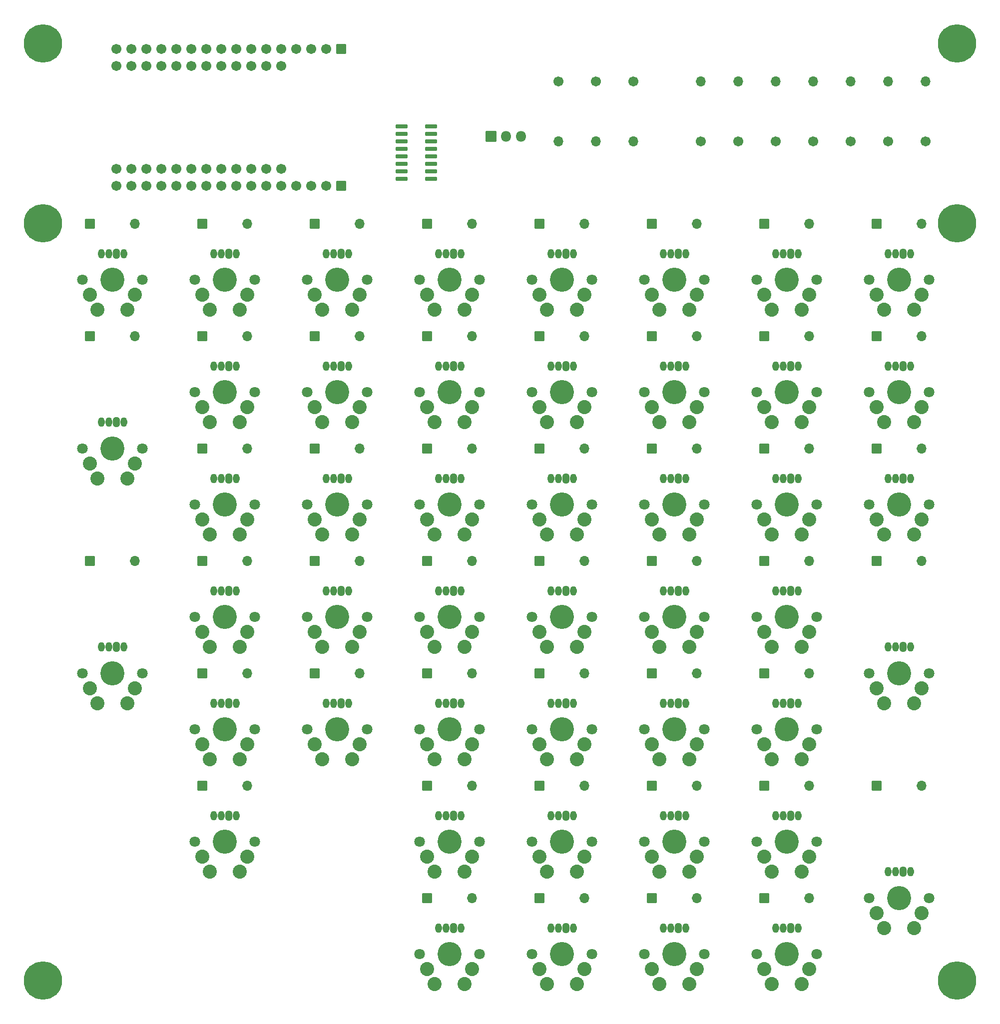
<source format=gbr>
%TF.GenerationSoftware,KiCad,Pcbnew,(6.0.9)*%
%TF.CreationDate,2023-03-12T22:48:56-07:00*%
%TF.ProjectId,keyboard,6b657962-6f61-4726-942e-6b696361645f,rev?*%
%TF.SameCoordinates,Original*%
%TF.FileFunction,Soldermask,Top*%
%TF.FilePolarity,Negative*%
%FSLAX46Y46*%
G04 Gerber Fmt 4.6, Leading zero omitted, Abs format (unit mm)*
G04 Created by KiCad (PCBNEW (6.0.9)) date 2023-03-12 22:48:56*
%MOMM*%
%LPD*%
G01*
G04 APERTURE LIST*
G04 Aperture macros list*
%AMRoundRect*
0 Rectangle with rounded corners*
0 $1 Rounding radius*
0 $2 $3 $4 $5 $6 $7 $8 $9 X,Y pos of 4 corners*
0 Add a 4 corners polygon primitive as box body*
4,1,4,$2,$3,$4,$5,$6,$7,$8,$9,$2,$3,0*
0 Add four circle primitives for the rounded corners*
1,1,$1+$1,$2,$3*
1,1,$1+$1,$4,$5*
1,1,$1+$1,$6,$7*
1,1,$1+$1,$8,$9*
0 Add four rect primitives between the rounded corners*
20,1,$1+$1,$2,$3,$4,$5,0*
20,1,$1+$1,$4,$5,$6,$7,0*
20,1,$1+$1,$6,$7,$8,$9,0*
20,1,$1+$1,$8,$9,$2,$3,0*%
G04 Aperture macros list end*
%ADD10RoundRect,0.050800X-0.800000X-0.800000X0.800000X-0.800000X0.800000X0.800000X-0.800000X0.800000X0*%
%ADD11O,1.701600X1.701600*%
%ADD12C,1.803400*%
%ADD13C,4.089400*%
%ADD14C,2.387600*%
%ADD15RoundRect,0.300800X0.250000X0.512000X-0.250000X0.512000X-0.250000X-0.512000X0.250000X-0.512000X0*%
%ADD16O,1.101600X1.625600*%
%ADD17C,1.701600*%
%ADD18C,6.501600*%
%ADD19RoundRect,0.200800X-0.825000X-0.150000X0.825000X-0.150000X0.825000X0.150000X-0.825000X0.150000X0*%
%ADD20RoundRect,0.050800X0.800000X-0.800000X0.800000X0.800000X-0.800000X0.800000X-0.800000X-0.800000X0*%
%ADD21RoundRect,0.050800X0.850000X-0.850000X0.850000X0.850000X-0.850000X0.850000X-0.850000X-0.850000X0*%
%ADD22O,1.801600X1.801600*%
%ADD23RoundRect,0.050800X-0.800000X0.800000X-0.800000X-0.800000X0.800000X-0.800000X0.800000X0.800000X0*%
G04 APERTURE END LIST*
D10*
%TO.C,D35*%
X122288303Y-88989597D03*
D11*
X129908303Y-88989597D03*
%TD*%
D10*
%TO.C,D32*%
X65138303Y-88989597D03*
D11*
X72758303Y-88989597D03*
%TD*%
D10*
%TO.C,D22*%
X65138303Y-69939597D03*
D11*
X72758303Y-69939597D03*
%TD*%
D12*
%TO.C,O_34*%
X112128303Y-98514597D03*
X101968303Y-98514597D03*
D13*
X107048303Y-98514597D03*
D14*
X110858303Y-101054597D03*
X109588303Y-103594597D03*
X103238303Y-101054597D03*
X104508303Y-103594597D03*
D15*
X107683303Y-94069597D03*
D16*
X108953303Y-94069597D03*
X106413303Y-94069597D03*
X105143303Y-94069597D03*
%TD*%
D10*
%TO.C,D11*%
X46088303Y-50889597D03*
D11*
X53708303Y-50889597D03*
%TD*%
D17*
%TO.C,PULLDOWN_2*%
X136893303Y-36919597D03*
D11*
X136893303Y-26759597D03*
%TD*%
D12*
%TO.C,EQUAL_27*%
X159118303Y-79464597D03*
X169278303Y-79464597D03*
D13*
X164198303Y-79464597D03*
D14*
X166738303Y-84544597D03*
X168008303Y-82004597D03*
X161658303Y-84544597D03*
X160388303Y-82004597D03*
D15*
X164833303Y-75019597D03*
D16*
X166103303Y-75019597D03*
X163563303Y-75019597D03*
X162293303Y-75019597D03*
%TD*%
D12*
%TO.C,UP_65*%
X131178303Y-155664597D03*
X121018303Y-155664597D03*
D13*
X126098303Y-155664597D03*
D14*
X129908303Y-158204597D03*
X128638303Y-160744597D03*
X123558303Y-160744597D03*
X122288303Y-158204597D03*
D15*
X126733303Y-151219597D03*
D16*
X128003303Y-151219597D03*
X125463303Y-151219597D03*
X124193303Y-151219597D03*
%TD*%
D12*
%TO.C,META_63*%
X93078303Y-155664597D03*
X82918303Y-155664597D03*
D13*
X87998303Y-155664597D03*
D14*
X91808303Y-158204597D03*
X90538303Y-160744597D03*
X84188303Y-158204597D03*
X85458303Y-160744597D03*
D15*
X88633303Y-151219597D03*
D16*
X89903303Y-151219597D03*
X87363303Y-151219597D03*
X86093303Y-151219597D03*
%TD*%
D10*
%TO.C,D64*%
X103238303Y-146139597D03*
D11*
X110858303Y-146139597D03*
%TD*%
D12*
%TO.C,END_66*%
X150228303Y-155664597D03*
D13*
X145148303Y-155664597D03*
D12*
X140068303Y-155664597D03*
D14*
X148958303Y-158204597D03*
X147688303Y-160744597D03*
X142608303Y-160744597D03*
X141338303Y-158204597D03*
D15*
X145783303Y-151219597D03*
D16*
X147053303Y-151219597D03*
X144513303Y-151219597D03*
X143243303Y-151219597D03*
%TD*%
D10*
%TO.C,D43*%
X84188303Y-108039597D03*
D11*
X91808303Y-108039597D03*
%TD*%
D10*
%TO.C,D55*%
X122288303Y-127089597D03*
D11*
X129908303Y-127089597D03*
%TD*%
D12*
%TO.C,SEMICOLON_45*%
X131178303Y-117564597D03*
X121018303Y-117564597D03*
D13*
X126098303Y-117564597D03*
D14*
X129908303Y-120104597D03*
X128638303Y-122644597D03*
X122288303Y-120104597D03*
X123558303Y-122644597D03*
D15*
X126733303Y-113119597D03*
D16*
X128003303Y-113119597D03*
X125463303Y-113119597D03*
X124193303Y-113119597D03*
%TD*%
D18*
%TO.C,H1*%
X19050000Y-20320000D03*
%TD*%
D10*
%TO.C,D54*%
X103238303Y-127089597D03*
D11*
X110858303Y-127089597D03*
%TD*%
D10*
%TO.C,D34*%
X103238303Y-88989597D03*
D11*
X110858303Y-88989597D03*
%TD*%
D10*
%TO.C,D26*%
X141338303Y-69939597D03*
D11*
X148958303Y-69939597D03*
%TD*%
D10*
%TO.C,D76*%
X141338303Y-165189597D03*
D11*
X148958303Y-165189597D03*
%TD*%
D10*
%TO.C,D63*%
X84188303Y-146139597D03*
D11*
X91808303Y-146139597D03*
%TD*%
D10*
%TO.C,D31*%
X46088303Y-88989597D03*
D11*
X53708303Y-88989597D03*
%TD*%
D10*
%TO.C,D42*%
X65138303Y-108039597D03*
D11*
X72758303Y-108039597D03*
%TD*%
D13*
%TO.C,U_32*%
X68948303Y-98514597D03*
D12*
X63868303Y-98514597D03*
X74028303Y-98514597D03*
D14*
X71488303Y-103594597D03*
X72758303Y-101054597D03*
X65138303Y-101054597D03*
X66408303Y-103594597D03*
D15*
X69583303Y-94069597D03*
D16*
X70853303Y-94069597D03*
X68313303Y-94069597D03*
X67043303Y-94069597D03*
%TD*%
D12*
%TO.C,8_23*%
X93078303Y-79464597D03*
D13*
X87998303Y-79464597D03*
D12*
X82918303Y-79464597D03*
D14*
X91808303Y-82004597D03*
X90538303Y-84544597D03*
X85458303Y-84544597D03*
X84188303Y-82004597D03*
D15*
X88633303Y-75019597D03*
D16*
X89903303Y-75019597D03*
X87363303Y-75019597D03*
X86093303Y-75019597D03*
%TD*%
D18*
%TO.C,H6*%
X173990000Y-50800000D03*
%TD*%
D10*
%TO.C,D66*%
X141338303Y-146139597D03*
D11*
X148958303Y-146139597D03*
%TD*%
D10*
%TO.C,D12*%
X65138303Y-50889597D03*
D11*
X72758303Y-50889597D03*
%TD*%
D10*
%TO.C,D13*%
X84188303Y-50889597D03*
D11*
X91808303Y-50889597D03*
%TD*%
D12*
%TO.C,SHIFT_47*%
X169278303Y-127089597D03*
D13*
X164198303Y-127089597D03*
D12*
X159118303Y-127089597D03*
D14*
X166738303Y-132169597D03*
X168008303Y-129629597D03*
X160388303Y-129629597D03*
X161658303Y-132169597D03*
D15*
X164833303Y-122644597D03*
D16*
X166103303Y-122644597D03*
X163563303Y-122644597D03*
X162293303Y-122644597D03*
%TD*%
D12*
%TO.C,H_41*%
X44818303Y-117564597D03*
D13*
X49898303Y-117564597D03*
D12*
X54978303Y-117564597D03*
D14*
X53708303Y-120104597D03*
X52438303Y-122644597D03*
X47358303Y-122644597D03*
X46088303Y-120104597D03*
D15*
X50533303Y-113119597D03*
D16*
X51803303Y-113119597D03*
X49263303Y-113119597D03*
X47993303Y-113119597D03*
%TD*%
D10*
%TO.C,D53*%
X84188303Y-127089597D03*
D11*
X91808303Y-127089597D03*
%TD*%
D10*
%TO.C,D23*%
X84188303Y-69939597D03*
D11*
X91808303Y-69939597D03*
%TD*%
D10*
%TO.C,D33*%
X84188303Y-88989597D03*
D11*
X91808303Y-88989597D03*
%TD*%
D12*
%TO.C,BACKSPACE_71*%
X25768303Y-88989597D03*
X35928303Y-88989597D03*
D13*
X30848303Y-88989597D03*
D14*
X34658303Y-91529597D03*
X33388303Y-94069597D03*
X27038303Y-91529597D03*
X28308303Y-94069597D03*
D15*
X31483303Y-84544597D03*
D16*
X32753303Y-84544597D03*
X30213303Y-84544597D03*
X28943303Y-84544597D03*
%TD*%
D10*
%TO.C,D67*%
X160388303Y-146139597D03*
D11*
X168008303Y-146139597D03*
%TD*%
D13*
%TO.C,CTRL_67*%
X164198303Y-165189597D03*
D12*
X169278303Y-165189597D03*
X159118303Y-165189597D03*
D14*
X168008303Y-167729597D03*
X166738303Y-170269597D03*
X161658303Y-170269597D03*
X160388303Y-167729597D03*
D15*
X164833303Y-160744597D03*
D16*
X166103303Y-160744597D03*
X163563303Y-160744597D03*
X162293303Y-160744597D03*
%TD*%
D13*
%TO.C,DELETE_61*%
X30848303Y-60414597D03*
D12*
X35928303Y-60414597D03*
X25768303Y-60414597D03*
D14*
X34658303Y-62954597D03*
X33388303Y-65494597D03*
X27038303Y-62954597D03*
X28308303Y-65494597D03*
D15*
X31483303Y-55969597D03*
D16*
X32753303Y-55969597D03*
X30213303Y-55969597D03*
X28943303Y-55969597D03*
%TD*%
D12*
%TO.C,HOME_64*%
X101968303Y-155664597D03*
X112128303Y-155664597D03*
D13*
X107048303Y-155664597D03*
D14*
X110858303Y-158204597D03*
X109588303Y-160744597D03*
X103238303Y-158204597D03*
X104508303Y-160744597D03*
D15*
X107683303Y-151219597D03*
D16*
X108953303Y-151219597D03*
X106413303Y-151219597D03*
X105143303Y-151219597D03*
%TD*%
D12*
%TO.C,M_52*%
X74028303Y-136614597D03*
D13*
X68948303Y-136614597D03*
D12*
X63868303Y-136614597D03*
D14*
X71488303Y-141694597D03*
X72758303Y-139154597D03*
X65138303Y-139154597D03*
X66408303Y-141694597D03*
D15*
X69583303Y-132169597D03*
D16*
X70853303Y-132169597D03*
X68313303Y-132169597D03*
X67043303Y-132169597D03*
%TD*%
D10*
%TO.C,D47*%
X160388303Y-108039597D03*
D11*
X168008303Y-108039597D03*
%TD*%
D12*
%TO.C,Y_31*%
X44818303Y-98514597D03*
D13*
X49898303Y-98514597D03*
D12*
X54978303Y-98514597D03*
D14*
X53708303Y-101054597D03*
X52438303Y-103594597D03*
X46088303Y-101054597D03*
X47358303Y-103594597D03*
D15*
X50533303Y-94069597D03*
D16*
X51803303Y-94069597D03*
X49263303Y-94069597D03*
X47993303Y-94069597D03*
%TD*%
D18*
%TO.C,H5*%
X19050000Y-50800000D03*
%TD*%
D10*
%TO.C,D45*%
X122288303Y-108039597D03*
D11*
X129908303Y-108039597D03*
%TD*%
D10*
%TO.C,D74*%
X103238303Y-165189597D03*
D11*
X110858303Y-165189597D03*
%TD*%
D19*
%TO.C,U1*%
X79873303Y-34379597D03*
X79873303Y-35649597D03*
X79873303Y-36919597D03*
X79873303Y-38189597D03*
X79873303Y-39459597D03*
X79873303Y-40729597D03*
X79873303Y-41999597D03*
X79873303Y-43269597D03*
X84823303Y-43269597D03*
X84823303Y-41999597D03*
X84823303Y-40729597D03*
X84823303Y-39459597D03*
X84823303Y-38189597D03*
X84823303Y-36919597D03*
X84823303Y-35649597D03*
X84823303Y-34379597D03*
%TD*%
D12*
%TO.C,SPACE_62*%
X44818303Y-155664597D03*
X54978303Y-155664597D03*
D13*
X49898303Y-155664597D03*
D14*
X53708303Y-158204597D03*
X52438303Y-160744597D03*
X46088303Y-158204597D03*
X47358303Y-160744597D03*
D15*
X50533303Y-151219597D03*
D16*
X51803303Y-151219597D03*
X49263303Y-151219597D03*
X47993303Y-151219597D03*
%TD*%
D10*
%TO.C,D15*%
X122288303Y-50889597D03*
D11*
X129908303Y-50889597D03*
%TD*%
D10*
%TO.C,D65*%
X122288303Y-146139597D03*
D11*
X129908303Y-146139597D03*
%TD*%
D10*
%TO.C,D62*%
X46088303Y-146139597D03*
D11*
X53708303Y-146139597D03*
%TD*%
D17*
%TO.C,PULLDOWN_3*%
X143243303Y-36919597D03*
D11*
X143243303Y-26759597D03*
%TD*%
D12*
%TO.C,ENTER_72*%
X25768303Y-127089597D03*
X35928303Y-127089597D03*
D13*
X30848303Y-127089597D03*
D14*
X34658303Y-129629597D03*
X33388303Y-132169597D03*
X27038303Y-129629597D03*
X28308303Y-132169597D03*
D15*
X31483303Y-122644597D03*
D16*
X32753303Y-122644597D03*
X30213303Y-122644597D03*
X28943303Y-122644597D03*
%TD*%
D10*
%TO.C,D44*%
X103238303Y-108039597D03*
D11*
X110858303Y-108039597D03*
%TD*%
D12*
%TO.C,F10_15*%
X131178303Y-60414597D03*
X121018303Y-60414597D03*
D13*
X126098303Y-60414597D03*
D14*
X128638303Y-65494597D03*
X129908303Y-62954597D03*
X123558303Y-65494597D03*
X122288303Y-62954597D03*
D15*
X126733303Y-55969597D03*
D16*
X128003303Y-55969597D03*
X125463303Y-55969597D03*
X124193303Y-55969597D03*
%TD*%
D13*
%TO.C,L_44*%
X107048303Y-117564597D03*
D12*
X112128303Y-117564597D03*
X101968303Y-117564597D03*
D14*
X110858303Y-120104597D03*
X109588303Y-122644597D03*
X103238303Y-120104597D03*
X104508303Y-122644597D03*
D15*
X107683303Y-113119597D03*
D16*
X108953303Y-113119597D03*
X106413303Y-113119597D03*
X105143303Y-113119597D03*
%TD*%
D12*
%TO.C,F7_12*%
X74028303Y-60414597D03*
X63868303Y-60414597D03*
D13*
X68948303Y-60414597D03*
D14*
X72758303Y-62954597D03*
X71488303Y-65494597D03*
X65138303Y-62954597D03*
X66408303Y-65494597D03*
D15*
X69583303Y-55969597D03*
D16*
X70853303Y-55969597D03*
X68313303Y-55969597D03*
X67043303Y-55969597D03*
%TD*%
D10*
%TO.C,D14*%
X103238303Y-50889597D03*
D11*
X110858303Y-50889597D03*
%TD*%
D13*
%TO.C,F8_13*%
X87998303Y-60414597D03*
D12*
X93078303Y-60414597D03*
X82918303Y-60414597D03*
D14*
X90538303Y-65494597D03*
X91808303Y-62954597D03*
X85458303Y-65494597D03*
X84188303Y-62954597D03*
D15*
X88633303Y-55969597D03*
D16*
X89903303Y-55969597D03*
X87363303Y-55969597D03*
X86093303Y-55969597D03*
%TD*%
D17*
%TO.C,PULLDOWN_7*%
X168643303Y-36919597D03*
D11*
X168643303Y-26759597D03*
%TD*%
D10*
%TO.C,D73*%
X84188303Y-165189597D03*
D11*
X91808303Y-165189597D03*
%TD*%
D12*
%TO.C,ALT_73*%
X93078303Y-174714597D03*
D13*
X87998303Y-174714597D03*
D12*
X82918303Y-174714597D03*
D14*
X91808303Y-177254597D03*
X90538303Y-179794597D03*
X84188303Y-177254597D03*
X85458303Y-179794597D03*
D15*
X88633303Y-170269597D03*
D16*
X89903303Y-170269597D03*
X87363303Y-170269597D03*
X86093303Y-170269597D03*
%TD*%
D12*
%TO.C,J_42*%
X74028303Y-117564597D03*
D13*
X68948303Y-117564597D03*
D12*
X63868303Y-117564597D03*
D14*
X72758303Y-120104597D03*
X71488303Y-122644597D03*
X66408303Y-122644597D03*
X65138303Y-120104597D03*
D15*
X69583303Y-113119597D03*
D16*
X70853303Y-113119597D03*
X68313303Y-113119597D03*
X67043303Y-113119597D03*
%TD*%
D10*
%TO.C,D46*%
X141338303Y-108039597D03*
D11*
X148958303Y-108039597D03*
%TD*%
D13*
%TO.C,SLASH_55*%
X126098303Y-136614597D03*
D12*
X121018303Y-136614597D03*
X131178303Y-136614597D03*
D14*
X128638303Y-141694597D03*
X129908303Y-139154597D03*
X122288303Y-139154597D03*
X123558303Y-141694597D03*
D15*
X126733303Y-132169597D03*
D16*
X128003303Y-132169597D03*
X125463303Y-132169597D03*
X124193303Y-132169597D03*
%TD*%
D20*
%TO.C,A1*%
X69583303Y-21307097D03*
D17*
X67043303Y-21307097D03*
X64503303Y-21307097D03*
X61963303Y-21307097D03*
X59423303Y-21307097D03*
X56883303Y-21307097D03*
X54343303Y-21307097D03*
X51803303Y-21307097D03*
X49263303Y-21307097D03*
X46723303Y-21307097D03*
X44183303Y-21307097D03*
X41643303Y-21307097D03*
X39103303Y-21307097D03*
X36563303Y-21307097D03*
X34023303Y-21307097D03*
X31483303Y-21307097D03*
X31483303Y-41627097D03*
X34023303Y-41627097D03*
X36563303Y-41627097D03*
X39103303Y-41627097D03*
X41643303Y-41627097D03*
X44183303Y-41627097D03*
X46723303Y-41627097D03*
X49263303Y-41627097D03*
X51803303Y-41627097D03*
X54343303Y-41627097D03*
X56883303Y-41627097D03*
X59423303Y-41627097D03*
%TD*%
D12*
%TO.C,APOSTROPHE_46*%
X150228303Y-117564597D03*
D13*
X145148303Y-117564597D03*
D12*
X140068303Y-117564597D03*
D14*
X148958303Y-120104597D03*
X147688303Y-122644597D03*
X142608303Y-122644597D03*
X141338303Y-120104597D03*
D15*
X145783303Y-113119597D03*
D16*
X147053303Y-113119597D03*
X144513303Y-113119597D03*
X143243303Y-113119597D03*
%TD*%
D10*
%TO.C,D37*%
X160388303Y-88989597D03*
D11*
X168008303Y-88989597D03*
%TD*%
D13*
%TO.C,COMMA_53*%
X87998303Y-136614597D03*
D12*
X93078303Y-136614597D03*
X82918303Y-136614597D03*
D14*
X90538303Y-141694597D03*
X91808303Y-139154597D03*
X85458303Y-141694597D03*
X84188303Y-139154597D03*
D15*
X88633303Y-132169597D03*
D16*
X89903303Y-132169597D03*
X87363303Y-132169597D03*
X86093303Y-132169597D03*
%TD*%
D13*
%TO.C,BACKSLASH_56*%
X145148303Y-136614597D03*
D12*
X140068303Y-136614597D03*
X150228303Y-136614597D03*
D14*
X148958303Y-139154597D03*
X147688303Y-141694597D03*
X142608303Y-141694597D03*
X141338303Y-139154597D03*
D15*
X145783303Y-132169597D03*
D16*
X147053303Y-132169597D03*
X144513303Y-132169597D03*
X143243303Y-132169597D03*
%TD*%
D10*
%TO.C,D56*%
X141338303Y-127089597D03*
D11*
X148958303Y-127089597D03*
%TD*%
D10*
%TO.C,D51*%
X46088303Y-127089597D03*
D11*
X53708303Y-127089597D03*
%TD*%
D10*
%TO.C,D21*%
X46088303Y-69939597D03*
D11*
X53708303Y-69939597D03*
%TD*%
D17*
%TO.C,R_GREEN1*%
X112763303Y-26759597D03*
D11*
X112763303Y-36919597D03*
%TD*%
D12*
%TO.C,6_21*%
X54978303Y-79464597D03*
D13*
X49898303Y-79464597D03*
D12*
X44818303Y-79464597D03*
D14*
X52438303Y-84544597D03*
X53708303Y-82004597D03*
X47358303Y-84544597D03*
X46088303Y-82004597D03*
D15*
X50533303Y-75019597D03*
D16*
X51803303Y-75019597D03*
X49263303Y-75019597D03*
X47993303Y-75019597D03*
%TD*%
D10*
%TO.C,D17*%
X160388303Y-50889597D03*
D11*
X168008303Y-50889597D03*
%TD*%
D10*
%TO.C,D25*%
X122288303Y-69939597D03*
D11*
X129908303Y-69939597D03*
%TD*%
D18*
%TO.C,H4*%
X19050000Y-179159597D03*
%TD*%
D10*
%TO.C,D41*%
X46088303Y-108039597D03*
D11*
X53708303Y-108039597D03*
%TD*%
D10*
%TO.C,D52*%
X65138303Y-127089597D03*
D11*
X72758303Y-127089597D03*
%TD*%
D12*
%TO.C,7_22*%
X63868303Y-79464597D03*
D13*
X68948303Y-79464597D03*
D12*
X74028303Y-79464597D03*
D14*
X72758303Y-82004597D03*
X71488303Y-84544597D03*
X66408303Y-84544597D03*
X65138303Y-82004597D03*
D15*
X69583303Y-75019597D03*
D16*
X70853303Y-75019597D03*
X68313303Y-75019597D03*
X67043303Y-75019597D03*
%TD*%
D12*
%TO.C,LEFT_74*%
X101968303Y-174714597D03*
D13*
X107048303Y-174714597D03*
D12*
X112128303Y-174714597D03*
D14*
X110858303Y-177254597D03*
X109588303Y-179794597D03*
X104508303Y-179794597D03*
X103238303Y-177254597D03*
D15*
X107683303Y-170269597D03*
D16*
X108953303Y-170269597D03*
X106413303Y-170269597D03*
X105143303Y-170269597D03*
%TD*%
D10*
%TO.C,D36*%
X141338303Y-88989597D03*
D11*
X148958303Y-88989597D03*
%TD*%
D13*
%TO.C,N_51*%
X49898303Y-136614597D03*
D12*
X54978303Y-136614597D03*
X44818303Y-136614597D03*
D14*
X53708303Y-139154597D03*
X52438303Y-141694597D03*
X47358303Y-141694597D03*
X46088303Y-139154597D03*
D15*
X50533303Y-132169597D03*
D16*
X51803303Y-132169597D03*
X49263303Y-132169597D03*
X47993303Y-132169597D03*
%TD*%
D12*
%TO.C,LBRACKET_36*%
X140068303Y-98514597D03*
X150228303Y-98514597D03*
D13*
X145148303Y-98514597D03*
D14*
X148958303Y-101054597D03*
X147688303Y-103594597D03*
X141338303Y-101054597D03*
X142608303Y-103594597D03*
D15*
X145783303Y-94069597D03*
D16*
X147053303Y-94069597D03*
X144513303Y-94069597D03*
X143243303Y-94069597D03*
%TD*%
D17*
%TO.C,PULLDOWN_1*%
X130543303Y-36919597D03*
D11*
X130543303Y-26759597D03*
%TD*%
D21*
%TO.C,JP1*%
X95010803Y-36102097D03*
D22*
X97550803Y-36102097D03*
X100090803Y-36102097D03*
%TD*%
D12*
%TO.C,0_25*%
X131178303Y-79464597D03*
X121018303Y-79464597D03*
D13*
X126098303Y-79464597D03*
D14*
X129908303Y-82004597D03*
X128638303Y-84544597D03*
X123558303Y-84544597D03*
X122288303Y-82004597D03*
D15*
X126733303Y-75019597D03*
D16*
X128003303Y-75019597D03*
X125463303Y-75019597D03*
X124193303Y-75019597D03*
%TD*%
D13*
%TO.C,F6_11*%
X49898303Y-60414597D03*
D12*
X44818303Y-60414597D03*
X54978303Y-60414597D03*
D14*
X52438303Y-65494597D03*
X53708303Y-62954597D03*
X47358303Y-65494597D03*
X46088303Y-62954597D03*
D15*
X50533303Y-55969597D03*
D16*
X51803303Y-55969597D03*
X49263303Y-55969597D03*
X47993303Y-55969597D03*
%TD*%
D10*
%TO.C,D61*%
X27038303Y-50889597D03*
D11*
X34658303Y-50889597D03*
%TD*%
D10*
%TO.C,D71*%
X27038303Y-69939597D03*
D11*
X34658303Y-69939597D03*
%TD*%
D12*
%TO.C,LBRACKET_37*%
X169278303Y-98514597D03*
X159118303Y-98514597D03*
D13*
X164198303Y-98514597D03*
D14*
X166738303Y-103594597D03*
X168008303Y-101054597D03*
X161658303Y-103594597D03*
X160388303Y-101054597D03*
D15*
X164833303Y-94069597D03*
D16*
X166103303Y-94069597D03*
X163563303Y-94069597D03*
X162293303Y-94069597D03*
%TD*%
D17*
%TO.C,R_RED1*%
X106413303Y-26759597D03*
D11*
X106413303Y-36919597D03*
%TD*%
D10*
%TO.C,D16*%
X141338303Y-50889597D03*
D11*
X148958303Y-50889597D03*
%TD*%
D10*
%TO.C,D24*%
X103238303Y-69939597D03*
D11*
X110858303Y-69939597D03*
%TD*%
D12*
%TO.C,DOWN_75*%
X121018303Y-174714597D03*
D13*
X126098303Y-174714597D03*
D12*
X131178303Y-174714597D03*
D14*
X129908303Y-177254597D03*
X128638303Y-179794597D03*
X123558303Y-179794597D03*
X122288303Y-177254597D03*
D15*
X126733303Y-170269597D03*
D16*
X128003303Y-170269597D03*
X125463303Y-170269597D03*
X124193303Y-170269597D03*
%TD*%
D12*
%TO.C,DOT_54*%
X112128303Y-136614597D03*
D13*
X107048303Y-136614597D03*
D12*
X101968303Y-136614597D03*
D14*
X110858303Y-139154597D03*
X109588303Y-141694597D03*
X103238303Y-139154597D03*
X104508303Y-141694597D03*
D15*
X107683303Y-132169597D03*
D16*
X108953303Y-132169597D03*
X106413303Y-132169597D03*
X105143303Y-132169597D03*
%TD*%
D12*
%TO.C,I_33*%
X93078303Y-98514597D03*
D13*
X87998303Y-98514597D03*
D12*
X82918303Y-98514597D03*
D14*
X91808303Y-101054597D03*
X90538303Y-103594597D03*
X85458303Y-103594597D03*
X84188303Y-101054597D03*
D15*
X88633303Y-94069597D03*
D16*
X89903303Y-94069597D03*
X87363303Y-94069597D03*
X86093303Y-94069597D03*
%TD*%
D13*
%TO.C,F11_16*%
X145148303Y-60414597D03*
D12*
X140068303Y-60414597D03*
X150228303Y-60414597D03*
D14*
X148958303Y-62954597D03*
X147688303Y-65494597D03*
X141338303Y-62954597D03*
X142608303Y-65494597D03*
D15*
X145783303Y-55969597D03*
D16*
X147053303Y-55969597D03*
X144513303Y-55969597D03*
X143243303Y-55969597D03*
%TD*%
D18*
%TO.C,H3*%
X173990000Y-179159597D03*
%TD*%
D12*
%TO.C,F12_17*%
X169278303Y-60414597D03*
D13*
X164198303Y-60414597D03*
D12*
X159118303Y-60414597D03*
D14*
X166738303Y-65494597D03*
X168008303Y-62954597D03*
X161658303Y-65494597D03*
X160388303Y-62954597D03*
D15*
X164833303Y-55969597D03*
D16*
X166103303Y-55969597D03*
X163563303Y-55969597D03*
X162293303Y-55969597D03*
%TD*%
D12*
%TO.C,MINUS_26*%
X150228303Y-79464597D03*
D13*
X145148303Y-79464597D03*
D12*
X140068303Y-79464597D03*
D14*
X148958303Y-82004597D03*
X147688303Y-84544597D03*
X142608303Y-84544597D03*
X141338303Y-82004597D03*
D15*
X145783303Y-75019597D03*
D16*
X147053303Y-75019597D03*
X144513303Y-75019597D03*
X143243303Y-75019597D03*
%TD*%
D12*
%TO.C,9_24*%
X112128303Y-79464597D03*
X101968303Y-79464597D03*
D13*
X107048303Y-79464597D03*
D14*
X109588303Y-84544597D03*
X110858303Y-82004597D03*
X103238303Y-82004597D03*
X104508303Y-84544597D03*
D15*
X107683303Y-75019597D03*
D16*
X108953303Y-75019597D03*
X106413303Y-75019597D03*
X105143303Y-75019597D03*
%TD*%
D10*
%TO.C,D72*%
X27038303Y-108039597D03*
D11*
X34658303Y-108039597D03*
%TD*%
D17*
%TO.C,PULLDOWN_4*%
X149593303Y-36919597D03*
D11*
X149593303Y-26759597D03*
%TD*%
D10*
%TO.C,D27*%
X160388303Y-69939597D03*
D11*
X168008303Y-69939597D03*
%TD*%
D17*
%TO.C,R_BLUE1*%
X119113303Y-26759597D03*
D11*
X119113303Y-36919597D03*
%TD*%
D17*
%TO.C,PULLDOWN_6*%
X162293303Y-36919597D03*
D11*
X162293303Y-26759597D03*
%TD*%
D13*
%TO.C,RIGHT_76*%
X145148303Y-174714597D03*
D12*
X150228303Y-174714597D03*
X140068303Y-174714597D03*
D14*
X148958303Y-177254597D03*
X147688303Y-179794597D03*
X141338303Y-177254597D03*
X142608303Y-179794597D03*
D15*
X145783303Y-170269597D03*
D16*
X147053303Y-170269597D03*
X144513303Y-170269597D03*
X143243303Y-170269597D03*
%TD*%
D12*
%TO.C,F9_14*%
X112128303Y-60414597D03*
X101968303Y-60414597D03*
D13*
X107048303Y-60414597D03*
D14*
X110858303Y-62954597D03*
X109588303Y-65494597D03*
X103238303Y-62954597D03*
X104508303Y-65494597D03*
D15*
X107683303Y-55969597D03*
D16*
X108953303Y-55969597D03*
X106413303Y-55969597D03*
X105143303Y-55969597D03*
%TD*%
D12*
%TO.C,P_35*%
X131178303Y-98514597D03*
D13*
X126098303Y-98514597D03*
D12*
X121018303Y-98514597D03*
D14*
X128638303Y-103594597D03*
X129908303Y-101054597D03*
X122288303Y-101054597D03*
X123558303Y-103594597D03*
D15*
X126733303Y-94069597D03*
D16*
X128003303Y-94069597D03*
X125463303Y-94069597D03*
X124193303Y-94069597D03*
%TD*%
D10*
%TO.C,D75*%
X122288303Y-165189597D03*
D11*
X129908303Y-165189597D03*
%TD*%
D18*
%TO.C,H2*%
X173990000Y-20320000D03*
%TD*%
D12*
%TO.C,K_43*%
X93078303Y-117564597D03*
D13*
X87998303Y-117564597D03*
D12*
X82918303Y-117564597D03*
D14*
X91808303Y-120104597D03*
X90538303Y-122644597D03*
X84188303Y-120104597D03*
X85458303Y-122644597D03*
D15*
X88633303Y-113119597D03*
D16*
X89903303Y-113119597D03*
X87363303Y-113119597D03*
X86093303Y-113119597D03*
%TD*%
D17*
%TO.C,PULLDOWN_5*%
X155943303Y-36919597D03*
D11*
X155943303Y-26759597D03*
%TD*%
D23*
%TO.C,A1*%
X69583303Y-44432097D03*
D17*
X67043303Y-44432097D03*
X64503303Y-44432097D03*
X61963303Y-44432097D03*
X59423303Y-44432097D03*
X56883303Y-44432097D03*
X54343303Y-44432097D03*
X51803303Y-44432097D03*
X49263303Y-44432097D03*
X46723303Y-44432097D03*
X44183303Y-44432097D03*
X41643303Y-44432097D03*
X39103303Y-44432097D03*
X36563303Y-44432097D03*
X34023303Y-44432097D03*
X31483303Y-44432097D03*
X31483303Y-24112097D03*
X34023303Y-24112097D03*
X36563303Y-24112097D03*
X39103303Y-24112097D03*
X41643303Y-24112097D03*
X44183303Y-24112097D03*
X46723303Y-24112097D03*
X49263303Y-24112097D03*
X51803303Y-24112097D03*
X54343303Y-24112097D03*
X56883303Y-24112097D03*
X59423303Y-24112097D03*
%TD*%
M02*

</source>
